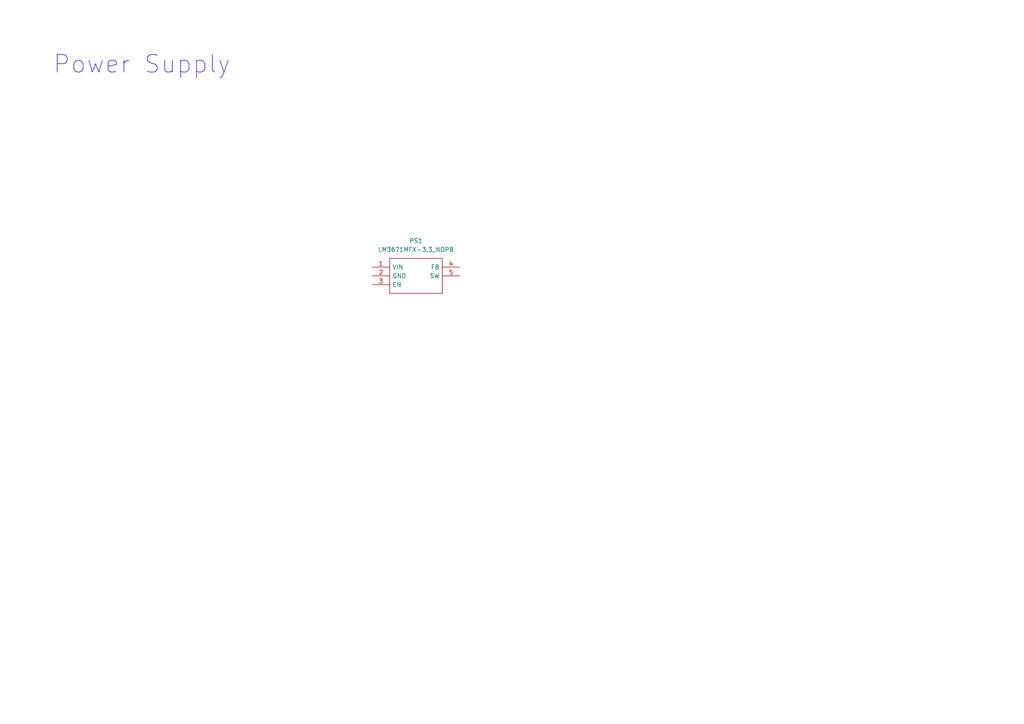
<source format=kicad_sch>
(kicad_sch (version 20231120) (generator "eeschema") (generator_version "8.0")
  (paper "A4")
  (lib_symbols
    (symbol "New_Library:LM3671MFX-3.3_NOPB" (pin_names (offset 0.762))
      (property "Reference" "PS" (at 21.59 7.62 0))
      (property "Value" "LM3671MFX-3.3_NOPB" (at 21.59 5.08 0))
      (symbol "LM3671MFX-3.3_NOPB_0_0"
        (pin power_in line (at 0 0 0) (length 5.08) (name "VIN") (number "1"))
        (pin power_in line (at 0 -2.54 0) (length 5.08) (name "GND") (number "2"))
        (pin input line (at 0 -5.08 0) (length 5.08) (name "EN") (number "3"))
        (pin input line (at 25.4 0 180) (length 5.08) (name "FB") (number "4"))
        (pin output line (at 25.4 -2.54 180) (length 5.08) (name "SW") (number "5"))
      )
      (symbol "LM3671MFX-3.3_NOPB_0_1"
        (polyline (pts (xy 5.08 2.54) (xy 20.32 2.54) (xy 20.32 -7.62) (xy 5.08 -7.62) (xy 5.08 2.54)) (stroke (width 0.1524)))
      )
    )
  )
  (text "Power Supply" (at 41.148 18.796 0) (effects (font (size 5.08 5.08))))
  (symbol (lib_id "New_Library:LM3671MFX-3.3_NOPB") (at 107.95 77.47 0) (unit 1)
    (property "Reference" "PS1" (at 120.65 69.85 0))
    (property "Value" "LM3671MFX-3.3_NOPB" (at 120.65 72.39 0))
    (property "Footprint" "SOT95P280X145-5N" (effects (hide yes)))
    (property "Datasheet" "http://www.ti.com/lit/gpn/lm3671" (effects (hide yes)))
    (property "Description" "2MHz, 600mA Step-Down DC-DC Converter" (effects (hide yes)))
    (property "Description_1" "2MHz, 600mA Step-Down DC-DC Converter" (effects (hide yes)))
    (property "Height" "1.45" (effects (hide yes)))
    (property "Mouser Part Number" "926-LM3671MFX33NOPB" (effects (hide yes)))
    (property "Mouser Price/Stock" "https://www.mouser.co.uk/ProductDetail/Texas-Instruments/LM3671MFX-3.3-NOPB?qs=QbsRYf82W3FUz5snoO7qFA%3D%3D" (effects (hide yes)))
    (property "Manufacturer_Name" "Texas Instruments" (effects (hide yes)))
    (property "Manufacturer_Part_Number" "LM3671MFX-3.3/NOPB" (effects (hide yes)))
  )
)
</source>
